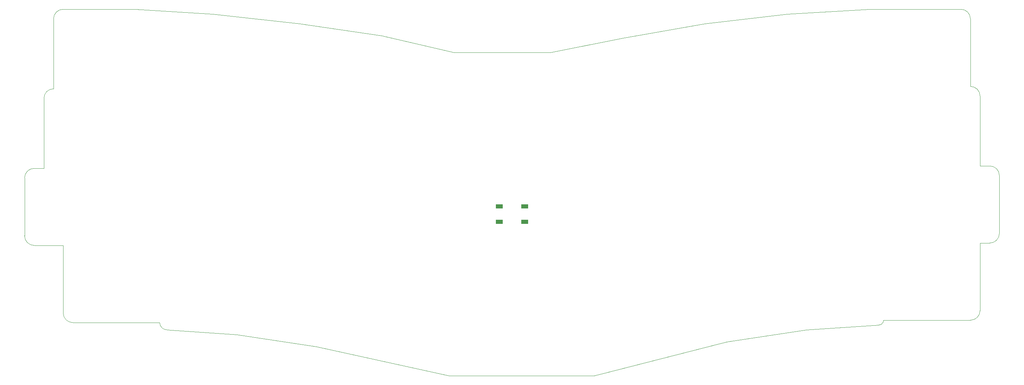
<source format=gbr>
%TF.GenerationSoftware,KiCad,Pcbnew,7.0.6*%
%TF.CreationDate,2023-09-29T23:10:54-04:00*%
%TF.ProjectId,tiddlywink,74696464-6c79-4776-996e-6b2e6b696361,rev?*%
%TF.SameCoordinates,Original*%
%TF.FileFunction,Paste,Top*%
%TF.FilePolarity,Positive*%
%FSLAX46Y46*%
G04 Gerber Fmt 4.6, Leading zero omitted, Abs format (unit mm)*
G04 Created by KiCad (PCBNEW 7.0.6) date 2023-09-29 23:10:54*
%MOMM*%
%LPD*%
G01*
G04 APERTURE LIST*
%ADD10R,1.700000X1.000000*%
%TA.AperFunction,Profile*%
%ADD11C,0.100000*%
%TD*%
G04 APERTURE END LIST*
D10*
%TO.C,RST1*%
X133771990Y-66560995D03*
X140071990Y-66560995D03*
X133771990Y-70360995D03*
X140071990Y-70360995D03*
%TD*%
D11*
X252412793Y-39290658D02*
G75*
G03*
X250031460Y-36909407I-2381293J-42D01*
G01*
X69056308Y-98226645D02*
X88701637Y-101203210D01*
X225028314Y-17859390D02*
X204787672Y-19050016D01*
X204787672Y-19050016D02*
X184547030Y-21431268D01*
X257175215Y-58935987D02*
X257175215Y-73223499D01*
X257175264Y-58935987D02*
G75*
G03*
X254793964Y-56554736I-2381264J-13D01*
G01*
X250031460Y-94654711D02*
G75*
G03*
X252412711Y-92273515I40J2381211D01*
G01*
X252412711Y-39290658D02*
X252412712Y-55959422D01*
X23812521Y-20240642D02*
X23812520Y-36909406D01*
X19050016Y-76200064D02*
X26193772Y-76200064D01*
X63103178Y-19050016D02*
X84534446Y-21431268D01*
X252412712Y-55959422D02*
X252412712Y-56554735D01*
X28575024Y-95250080D02*
X50006292Y-95250080D01*
X16668736Y-73818812D02*
G75*
G03*
X19050016Y-76200064I2381264J12D01*
G01*
X21431268Y-57150048D02*
X19050016Y-57150049D01*
X26193772Y-76200064D02*
X26193772Y-92868828D01*
X250031460Y-94654766D02*
X228600192Y-94654767D01*
X26193772Y-17859391D02*
G75*
G03*
X23812521Y-20240642I-2J-2381249D01*
G01*
X209550176Y-97036019D02*
X189904847Y-100012584D01*
X88701637Y-101203210D02*
X121443852Y-108346966D01*
X254793964Y-75604715D02*
G75*
G03*
X257175215Y-73223499I36J2381215D01*
G01*
X227409566Y-95845392D02*
G75*
G03*
X228600192Y-94654767I34J1190592D01*
G01*
X146446998Y-28575024D02*
X164306388Y-25003146D01*
X26193772Y-17859391D02*
X44053162Y-17859390D01*
X227409566Y-95845393D02*
X209550176Y-97036019D01*
X50006281Y-95250080D02*
G75*
G03*
X51792231Y-97036019I1785919J-20D01*
G01*
X252412712Y-56554735D02*
X254793964Y-56554736D01*
X16668765Y-59531300D02*
X16668764Y-73818812D01*
X121443852Y-108346966D02*
X157162632Y-108346966D01*
X104775088Y-24407833D02*
X122634478Y-28575024D01*
X184547030Y-21431268D02*
X164306388Y-25003146D01*
X23812520Y-37504719D02*
G75*
G03*
X21431269Y-39885971I0J-2381251D01*
G01*
X247650208Y-17859391D02*
X225028314Y-17859390D01*
X84534446Y-21431268D02*
X104775088Y-24407833D01*
X122634478Y-28575024D02*
X146446998Y-28575024D01*
X26193720Y-92868828D02*
G75*
G03*
X28575024Y-95250080I2381280J28D01*
G01*
X250031459Y-20240642D02*
X250031460Y-36909406D01*
X252412712Y-75604751D02*
X252412711Y-92273515D01*
X254793964Y-75604750D02*
X252412712Y-75604751D01*
X51792231Y-97036019D02*
X69056308Y-98226645D01*
X21431269Y-39885971D02*
X21431268Y-57150048D01*
X19050016Y-57150065D02*
G75*
G03*
X16668765Y-59531300I-16J-2381235D01*
G01*
X157162632Y-108346966D02*
X189904847Y-100012584D01*
X44053162Y-17859390D02*
X63103178Y-19050016D01*
X250031409Y-20240642D02*
G75*
G03*
X247650208Y-17859391I-2381209J42D01*
G01*
X23812520Y-36909406D02*
X23812520Y-37504719D01*
M02*

</source>
